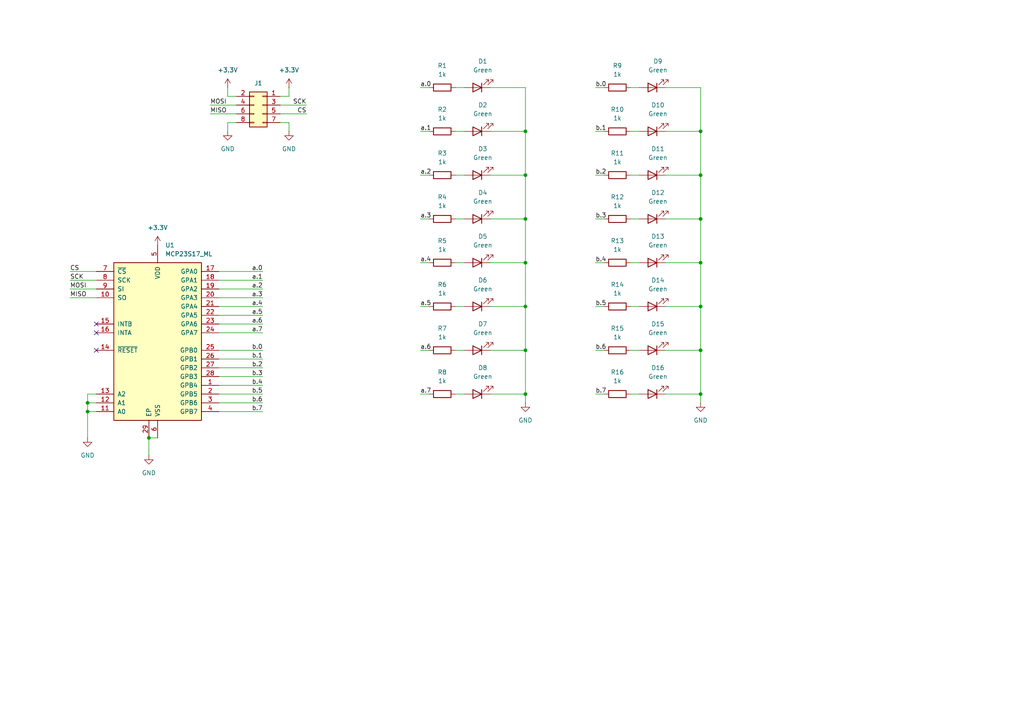
<source format=kicad_sch>
(kicad_sch (version 20231120) (generator "eeschema") (generator_version "8.0")
  (paper "A4")
  (lib_symbols
    (symbol "LED_green_1206_reverse_1" (pin_numbers hide) (pin_names (offset 1.016) hide)
      (property "Reference" "D" (at 0 2.54 0))
      (property "Value" "Green" (at 0 -2.54 0))
      (symbol "LED_green_1206_reverse_1_0_1"
        (polyline (pts (xy -1.27 -1.27) (xy -1.27 1.27)) (stroke (width 0.254)))
        (polyline (pts (xy -1.27 0) (xy 1.27 0)))
        (polyline (pts (xy 1.27 -1.27) (xy 1.27 1.27) (xy -1.27 0) (xy 1.27 -1.27)) (stroke (width 0.254)))
        (polyline (pts (xy -3.048 -0.762) (xy -4.572 -2.286) (xy -3.81 -2.286) (xy -4.572 -2.286) (xy -4.572 -1.524)))
        (polyline (pts (xy -1.778 -0.762) (xy -3.302 -2.286) (xy -2.54 -2.286) (xy -3.302 -2.286) (xy -3.302 -1.524)))
      )
      (symbol "LED_green_1206_reverse_1_1_1"
        (pin passive line (at -3.81 0 0) (length 2.54) (name "K") (number "1"))
        (pin passive line (at 3.81 0 180) (length 2.54) (name "A") (number "2"))
      )
    )
    (symbol "LED_green_1206_reverse_2" (pin_numbers hide) (pin_names (offset 1.016) hide)
      (property "Reference" "D" (at 0 2.54 0))
      (property "Value" "Green" (at 0 -2.54 0))
      (symbol "LED_green_1206_reverse_2_0_1"
        (polyline (pts (xy -1.27 -1.27) (xy -1.27 1.27)) (stroke (width 0.254)))
        (polyline (pts (xy -1.27 0) (xy 1.27 0)))
        (polyline (pts (xy 1.27 -1.27) (xy 1.27 1.27) (xy -1.27 0) (xy 1.27 -1.27)) (stroke (width 0.254)))
        (polyline (pts (xy -3.048 -0.762) (xy -4.572 -2.286) (xy -3.81 -2.286) (xy -4.572 -2.286) (xy -4.572 -1.524)))
        (polyline (pts (xy -1.778 -0.762) (xy -3.302 -2.286) (xy -2.54 -2.286) (xy -3.302 -2.286) (xy -3.302 -1.524)))
      )
      (symbol "LED_green_1206_reverse_2_1_1"
        (pin passive line (at -3.81 0 0) (length 2.54) (name "K") (number "1"))
        (pin passive line (at 3.81 0 180) (length 2.54) (name "A") (number "2"))
      )
    )
    (symbol "LED_green_1206_reverse_3" (pin_numbers hide) (pin_names (offset 1.016) hide)
      (property "Reference" "D" (at 0 2.54 0))
      (property "Value" "Green" (at 0 -2.54 0))
      (symbol "LED_green_1206_reverse_3_0_1"
        (polyline (pts (xy -1.27 -1.27) (xy -1.27 1.27)) (stroke (width 0.254)))
        (polyline (pts (xy -1.27 0) (xy 1.27 0)))
        (polyline (pts (xy 1.27 -1.27) (xy 1.27 1.27) (xy -1.27 0) (xy 1.27 -1.27)) (stroke (width 0.254)))
        (polyline (pts (xy -3.048 -0.762) (xy -4.572 -2.286) (xy -3.81 -2.286) (xy -4.572 -2.286) (xy -4.572 -1.524)))
        (polyline (pts (xy -1.778 -0.762) (xy -3.302 -2.286) (xy -2.54 -2.286) (xy -3.302 -2.286) (xy -3.302 -1.524)))
      )
      (symbol "LED_green_1206_reverse_3_1_1"
        (pin passive line (at -3.81 0 0) (length 2.54) (name "K") (number "1"))
        (pin passive line (at 3.81 0 180) (length 2.54) (name "A") (number "2"))
      )
    )
    (symbol "LED_green_1206_reverse_4" (pin_numbers hide) (pin_names (offset 1.016) hide)
      (property "Reference" "D" (at 0 2.54 0))
      (property "Value" "Green" (at 0 -2.54 0))
      (symbol "LED_green_1206_reverse_4_0_1"
        (polyline (pts (xy -1.27 -1.27) (xy -1.27 1.27)) (stroke (width 0.254)))
        (polyline (pts (xy -1.27 0) (xy 1.27 0)))
        (polyline (pts (xy 1.27 -1.27) (xy 1.27 1.27) (xy -1.27 0) (xy 1.27 -1.27)) (stroke (width 0.254)))
        (polyline (pts (xy -3.048 -0.762) (xy -4.572 -2.286) (xy -3.81 -2.286) (xy -4.572 -2.286) (xy -4.572 -1.524)))
        (polyline (pts (xy -1.778 -0.762) (xy -3.302 -2.286) (xy -2.54 -2.286) (xy -3.302 -2.286) (xy -3.302 -1.524)))
      )
      (symbol "LED_green_1206_reverse_4_1_1"
        (pin passive line (at -3.81 0 0) (length 2.54) (name "K") (number "1"))
        (pin passive line (at 3.81 0 180) (length 2.54) (name "A") (number "2"))
      )
    )
    (symbol "LED_green_1206_reverse_5" (pin_numbers hide) (pin_names (offset 1.016) hide)
      (property "Reference" "D" (at 0 2.54 0))
      (property "Value" "Green" (at 0 -2.54 0))
      (symbol "LED_green_1206_reverse_5_0_1"
        (polyline (pts (xy -1.27 -1.27) (xy -1.27 1.27)) (stroke (width 0.254)))
        (polyline (pts (xy -1.27 0) (xy 1.27 0)))
        (polyline (pts (xy 1.27 -1.27) (xy 1.27 1.27) (xy -1.27 0) (xy 1.27 -1.27)) (stroke (width 0.254)))
        (polyline (pts (xy -3.048 -0.762) (xy -4.572 -2.286) (xy -3.81 -2.286) (xy -4.572 -2.286) (xy -4.572 -1.524)))
        (polyline (pts (xy -1.778 -0.762) (xy -3.302 -2.286) (xy -2.54 -2.286) (xy -3.302 -2.286) (xy -3.302 -1.524)))
      )
      (symbol "LED_green_1206_reverse_5_1_1"
        (pin passive line (at -3.81 0 0) (length 2.54) (name "K") (number "1"))
        (pin passive line (at 3.81 0 180) (length 2.54) (name "A") (number "2"))
      )
    )
    (symbol "LED_green_1206_reverse_6" (pin_numbers hide) (pin_names (offset 1.016) hide)
      (property "Reference" "D" (at 0 2.54 0))
      (property "Value" "Green" (at 0 -2.54 0))
      (symbol "LED_green_1206_reverse_6_0_1"
        (polyline (pts (xy -1.27 -1.27) (xy -1.27 1.27)) (stroke (width 0.254)))
        (polyline (pts (xy -1.27 0) (xy 1.27 0)))
        (polyline (pts (xy 1.27 -1.27) (xy 1.27 1.27) (xy -1.27 0) (xy 1.27 -1.27)) (stroke (width 0.254)))
        (polyline (pts (xy -3.048 -0.762) (xy -4.572 -2.286) (xy -3.81 -2.286) (xy -4.572 -2.286) (xy -4.572 -1.524)))
        (polyline (pts (xy -1.778 -0.762) (xy -3.302 -2.286) (xy -2.54 -2.286) (xy -3.302 -2.286) (xy -3.302 -1.524)))
      )
      (symbol "LED_green_1206_reverse_6_1_1"
        (pin passive line (at -3.81 0 0) (length 2.54) (name "K") (number "1"))
        (pin passive line (at 3.81 0 180) (length 2.54) (name "A") (number "2"))
      )
    )
    (symbol "LED_green_1206_reverse_7" (pin_numbers hide) (pin_names (offset 1.016) hide)
      (property "Reference" "D" (at 0 2.54 0))
      (property "Value" "Green" (at 0 -2.54 0))
      (symbol "LED_green_1206_reverse_7_0_1"
        (polyline (pts (xy -1.27 -1.27) (xy -1.27 1.27)) (stroke (width 0.254)))
        (polyline (pts (xy -1.27 0) (xy 1.27 0)))
        (polyline (pts (xy 1.27 -1.27) (xy 1.27 1.27) (xy -1.27 0) (xy 1.27 -1.27)) (stroke (width 0.254)))
        (polyline (pts (xy -3.048 -0.762) (xy -4.572 -2.286) (xy -3.81 -2.286) (xy -4.572 -2.286) (xy -4.572 -1.524)))
        (polyline (pts (xy -1.778 -0.762) (xy -3.302 -2.286) (xy -2.54 -2.286) (xy -3.302 -2.286) (xy -3.302 -1.524)))
      )
      (symbol "LED_green_1206_reverse_7_1_1"
        (pin passive line (at -3.81 0 0) (length 2.54) (name "K") (number "1"))
        (pin passive line (at 3.81 0 180) (length 2.54) (name "A") (number "2"))
      )
    )
    (symbol "LED_green_1206_reverse_8" (pin_numbers hide) (pin_names (offset 1.016) hide)
      (property "Reference" "D" (at 0 2.54 0))
      (property "Value" "Green" (at 0 -2.54 0))
      (symbol "LED_green_1206_reverse_8_0_1"
        (polyline (pts (xy -1.27 -1.27) (xy -1.27 1.27)) (stroke (width 0.254)))
        (polyline (pts (xy -1.27 0) (xy 1.27 0)))
        (polyline (pts (xy 1.27 -1.27) (xy 1.27 1.27) (xy -1.27 0) (xy 1.27 -1.27)) (stroke (width 0.254)))
        (polyline (pts (xy -3.048 -0.762) (xy -4.572 -2.286) (xy -3.81 -2.286) (xy -4.572 -2.286) (xy -4.572 -1.524)))
        (polyline (pts (xy -1.778 -0.762) (xy -3.302 -2.286) (xy -2.54 -2.286) (xy -3.302 -2.286) (xy -3.302 -1.524)))
      )
      (symbol "LED_green_1206_reverse_8_1_1"
        (pin passive line (at -3.81 0 0) (length 2.54) (name "K") (number "1"))
        (pin passive line (at 3.81 0 180) (length 2.54) (name "A") (number "2"))
      )
    )
    (symbol "kicad_inventree_lib:LED_green_1206_reverse" (pin_numbers hide) (pin_names (offset 1.016) hide)
      (property "Reference" "D" (at 0 2.54 0))
      (property "Value" "Green" (at 0 -2.54 0))
      (symbol "LED_green_1206_reverse_0_1"
        (polyline (pts (xy -1.27 -1.27) (xy -1.27 1.27)) (stroke (width 0.254)))
        (polyline (pts (xy -1.27 0) (xy 1.27 0)))
        (polyline (pts (xy 1.27 -1.27) (xy 1.27 1.27) (xy -1.27 0) (xy 1.27 -1.27)) (stroke (width 0.254)))
        (polyline (pts (xy -3.048 -0.762) (xy -4.572 -2.286) (xy -3.81 -2.286) (xy -4.572 -2.286) (xy -4.572 -1.524)))
        (polyline (pts (xy -1.778 -0.762) (xy -3.302 -2.286) (xy -2.54 -2.286) (xy -3.302 -2.286) (xy -3.302 -1.524)))
      )
      (symbol "LED_green_1206_reverse_1_1"
        (pin passive line (at -3.81 0 0) (length 2.54) (name "K") (number "1"))
        (pin passive line (at 3.81 0 180) (length 2.54) (name "A") (number "2"))
      )
    )
    (symbol "kicad_inventree_lib:MCP23S17_ML" (pin_names (offset 1.016))
      (property "Reference" "U" (at -11.43 24.13 0))
      (property "Value" "MCP23S17_ML" (at 0 0 0))
      (symbol "MCP23S17_ML_0_1"
        (rectangle (start -12.7 22.86) (end 12.7 -22.86) (stroke (width 0.254)) (fill (type background)))
      )
      (symbol "MCP23S17_ML_1_1"
        (pin bidirectional line (at 17.78 -12.7 180) (length 5.08) (name "GPB4") (number "1"))
        (pin output line (at -17.78 12.7 0) (length 5.08) (name "SO") (number "10"))
        (pin input line (at -17.78 -20.32 0) (length 5.08) (name "A0") (number "11"))
        (pin input line (at -17.78 -17.78 0) (length 5.08) (name "A1") (number "12"))
        (pin input line (at -17.78 -15.24 0) (length 5.08) (name "A2") (number "13"))
        (pin input line (at -17.78 -2.54 0) (length 5.08) (name "~{RESET}") (number "14"))
        (pin tri_state line (at -17.78 5.08 0) (length 5.08) (name "INTB") (number "15"))
        (pin tri_state line (at -17.78 2.54 0) (length 5.08) (name "INTA") (number "16"))
        (pin bidirectional line (at 17.78 20.32 180) (length 5.08) (name "GPA0") (number "17"))
        (pin bidirectional line (at 17.78 17.78 180) (length 5.08) (name "GPA1") (number "18"))
        (pin bidirectional line (at 17.78 15.24 180) (length 5.08) (name "GPA2") (number "19"))
        (pin bidirectional line (at 17.78 -15.24 180) (length 5.08) (name "GPB5") (number "2"))
        (pin bidirectional line (at 17.78 12.7 180) (length 5.08) (name "GPA3") (number "20"))
        (pin bidirectional line (at 17.78 10.16 180) (length 5.08) (name "GPA4") (number "21"))
        (pin bidirectional line (at 17.78 7.62 180) (length 5.08) (name "GPA5") (number "22"))
        (pin bidirectional line (at 17.78 5.08 180) (length 5.08) (name "GPA6") (number "23"))
        (pin bidirectional line (at 17.78 2.54 180) (length 5.08) (name "GPA7") (number "24"))
        (pin bidirectional line (at 17.78 -2.54 180) (length 5.08) (name "GPB0") (number "25"))
        (pin bidirectional line (at 17.78 -5.08 180) (length 5.08) (name "GPB1") (number "26"))
        (pin bidirectional line (at 17.78 -7.62 180) (length 5.08) (name "GPB2") (number "27"))
        (pin bidirectional line (at 17.78 -10.16 180) (length 5.08) (name "GPB3") (number "28"))
        (pin passive line (at -2.54 -27.94 90) (length 5.08) (name "EP") (number "29"))
        (pin bidirectional line (at 17.78 -17.78 180) (length 5.08) (name "GPB6") (number "3"))
        (pin bidirectional line (at 17.78 -20.32 180) (length 5.08) (name "GPB7") (number "4"))
        (pin power_in line (at 0 27.94 270) (length 5.08) (name "VDD") (number "5"))
        (pin power_in line (at 0 -27.94 90) (length 5.08) (name "VSS") (number "6"))
        (pin input line (at -17.78 20.32 0) (length 5.08) (name "~{CS}") (number "7"))
        (pin input line (at -17.78 17.78 0) (length 5.08) (name "SCK") (number "8"))
        (pin input line (at -17.78 15.24 0) (length 5.08) (name "SI") (number "9"))
      )
    )
    (symbol "kicad_inventree_lib:PinHeader_02x04_P2.54_THT_angle" (pin_names (offset 1.016) hide)
      (property "Reference" "J" (at 1.27 5.08 0))
      (property "Value" "PinHeader_02x04_P2.54_THT_angle" (at 1.27 -7.62 0))
      (symbol "PinHeader_02x04_P2.54_THT_angle_1_1"
        (rectangle (start -1.27 -4.953) (end 0 -5.207) (stroke (width 0.1524)))
        (rectangle (start -1.27 -2.413) (end 0 -2.667) (stroke (width 0.1524)))
        (rectangle (start -1.27 0.127) (end 0 -0.127) (stroke (width 0.1524)))
        (rectangle (start -1.27 2.667) (end 0 2.413) (stroke (width 0.1524)))
        (rectangle (start -1.27 3.81) (end 3.81 -6.35) (stroke (width 0.254)) (fill (type background)))
        (rectangle (start 3.81 -4.953) (end 2.54 -5.207) (stroke (width 0.1524)))
        (rectangle (start 3.81 -2.413) (end 2.54 -2.667) (stroke (width 0.1524)))
        (rectangle (start 3.81 0.127) (end 2.54 -0.127) (stroke (width 0.1524)))
        (rectangle (start 3.81 2.667) (end 2.54 2.413) (stroke (width 0.1524)))
        (pin passive line (at -5.08 2.54 0) (length 3.81) (name "Pin_1") (number "1"))
        (pin passive line (at 7.62 2.54 180) (length 3.81) (name "Pin_2") (number "2"))
        (pin passive line (at -5.08 0 0) (length 3.81) (name "Pin_3") (number "3"))
        (pin passive line (at 7.62 0 180) (length 3.81) (name "Pin_4") (number "4"))
        (pin passive line (at -5.08 -2.54 0) (length 3.81) (name "Pin_5") (number "5"))
        (pin passive line (at 7.62 -2.54 180) (length 3.81) (name "Pin_6") (number "6"))
        (pin passive line (at -5.08 -5.08 0) (length 3.81) (name "Pin_7") (number "7"))
        (pin passive line (at 7.62 -5.08 180) (length 3.81) (name "Pin_8") (number "8"))
      )
    )
    (symbol "kicad_inventree_lib:R_1k_1206_1%" (pin_numbers hide) (pin_names (offset 0))
      (property "Reference" "R" (at 2.032 0 90))
      (property "Value" "1k" (at 0 0 90))
      (symbol "R_1k_1206_1%_0_1"
        (rectangle (start -1.016 -2.54) (end 1.016 2.54) (stroke (width 0.254)))
      )
      (symbol "R_1k_1206_1%_1_1"
        (pin passive line (at 0 3.81 270) (length 1.27) (name "~") (number "1"))
        (pin passive line (at 0 -3.81 90) (length 1.27) (name "~") (number "2"))
      )
    )
    (symbol "power:+3.3V" (power) (pin_numbers hide) (pin_names (offset 0) hide)
      (property "Value" "+3.3V" (at 0 3.556 0))
      (symbol "+3.3V_0_1"
        (polyline (pts (xy -0.762 1.27) (xy 0 2.54)))
        (polyline (pts (xy 0 0) (xy 0 2.54)))
        (polyline (pts (xy 0 2.54) (xy 0.762 1.27)))
      )
      (symbol "+3.3V_1_1"
        (pin power_in line (at 0 0 90) (length 0) (name "~") (number "1"))
      )
    )
    (symbol "power:GND" (power) (pin_numbers hide) (pin_names (offset 0) hide)
      (property "Value" "GND" (at 0 -3.81 0))
      (symbol "GND_0_1"
        (polyline (pts (xy 0 0) (xy 0 -1.27) (xy 1.27 -1.27) (xy 0 -2.54) (xy -1.27 -1.27) (xy 0 -1.27)))
      )
      (symbol "GND_1_1"
        (pin power_in line (at 0 0 270) (length 0) (name "~") (number "1"))
      )
    )
  )
  (junction (at 203.2 88.9))
  (junction (at 203.2 114.3))
  (junction (at 25.4 119.38))
  (junction (at 203.2 38.1))
  (junction (at 152.4 50.8))
  (junction (at 203.2 76.2))
  (junction (at 203.2 101.6))
  (junction (at 152.4 38.1))
  (junction (at 152.4 63.5))
  (junction (at 203.2 50.8))
  (junction (at 43.18 127))
  (junction (at 152.4 101.6))
  (junction (at 152.4 76.2))
  (junction (at 152.4 114.3))
  (junction (at 25.4 116.84))
  (junction (at 203.2 63.5))
  (junction (at 152.4 88.9))
  (no_connect (at 27.94 96.52))
  (no_connect (at 27.94 93.98))
  (no_connect (at 27.94 101.6))
  (wire (pts (xy 25.4 119.38) (xy 27.94 119.38)))
  (wire (pts (xy 25.4 116.84) (xy 25.4 119.38)))
  (wire (pts (xy 63.5 96.52) (xy 76.2 96.52)))
  (wire (pts (xy 43.18 127) (xy 43.18 132.08)))
  (wire (pts (xy 142.24 63.5) (xy 152.4 63.5)))
  (wire (pts (xy 152.4 101.6) (xy 152.4 114.3)))
  (wire (pts (xy 43.18 127) (xy 45.72 127)))
  (wire (pts (xy 203.2 114.3) (xy 203.2 116.84)))
  (wire (pts (xy 152.4 76.2) (xy 152.4 88.9)))
  (wire (pts (xy 20.32 78.74) (xy 27.94 78.74)))
  (wire (pts (xy 172.72 114.3) (xy 175.26 114.3)))
  (wire (pts (xy 63.5 111.76) (xy 76.2 111.76)))
  (wire (pts (xy 121.92 76.2) (xy 124.46 76.2)))
  (wire (pts (xy 172.72 88.9) (xy 175.26 88.9)))
  (wire (pts (xy 203.2 63.5) (xy 203.2 76.2)))
  (wire (pts (xy 132.08 25.4) (xy 134.62 25.4)))
  (wire (pts (xy 63.5 91.44) (xy 76.2 91.44)))
  (wire (pts (xy 63.5 114.3) (xy 76.2 114.3)))
  (wire (pts (xy 68.58 30.48) (xy 60.96 30.48)))
  (wire (pts (xy 121.92 50.8) (xy 124.46 50.8)))
  (wire (pts (xy 193.04 76.2) (xy 203.2 76.2)))
  (wire (pts (xy 132.08 63.5) (xy 134.62 63.5)))
  (wire (pts (xy 203.2 76.2) (xy 203.2 88.9)))
  (wire (pts (xy 142.24 101.6) (xy 152.4 101.6)))
  (wire (pts (xy 172.72 63.5) (xy 175.26 63.5)))
  (wire (pts (xy 63.5 109.22) (xy 76.2 109.22)))
  (wire (pts (xy 203.2 25.4) (xy 203.2 38.1)))
  (wire (pts (xy 63.5 78.74) (xy 76.2 78.74)))
  (wire (pts (xy 121.92 38.1) (xy 124.46 38.1)))
  (wire (pts (xy 172.72 50.8) (xy 175.26 50.8)))
  (wire (pts (xy 68.58 27.94) (xy 66.04 27.94)))
  (wire (pts (xy 172.72 101.6) (xy 175.26 101.6)))
  (wire (pts (xy 121.92 101.6) (xy 124.46 101.6)))
  (wire (pts (xy 182.88 88.9) (xy 185.42 88.9)))
  (wire (pts (xy 172.72 38.1) (xy 175.26 38.1)))
  (wire (pts (xy 203.2 38.1) (xy 203.2 50.8)))
  (wire (pts (xy 132.08 101.6) (xy 134.62 101.6)))
  (wire (pts (xy 20.32 86.36) (xy 27.94 86.36)))
  (wire (pts (xy 25.4 114.3) (xy 25.4 116.84)))
  (wire (pts (xy 193.04 114.3) (xy 203.2 114.3)))
  (wire (pts (xy 132.08 38.1) (xy 134.62 38.1)))
  (wire (pts (xy 142.24 114.3) (xy 152.4 114.3)))
  (wire (pts (xy 63.5 119.38) (xy 76.2 119.38)))
  (wire (pts (xy 172.72 76.2) (xy 175.26 76.2)))
  (wire (pts (xy 152.4 114.3) (xy 152.4 116.84)))
  (wire (pts (xy 121.92 63.5) (xy 124.46 63.5)))
  (wire (pts (xy 83.82 27.94) (xy 81.28 27.94)))
  (wire (pts (xy 142.24 76.2) (xy 152.4 76.2)))
  (wire (pts (xy 152.4 88.9) (xy 152.4 101.6)))
  (wire (pts (xy 60.96 33.02) (xy 68.58 33.02)))
  (wire (pts (xy 66.04 35.56) (xy 66.04 38.1)))
  (wire (pts (xy 152.4 25.4) (xy 152.4 38.1)))
  (wire (pts (xy 81.28 33.02) (xy 88.9 33.02)))
  (wire (pts (xy 121.92 25.4) (xy 124.46 25.4)))
  (wire (pts (xy 83.82 25.4) (xy 83.82 27.94)))
  (wire (pts (xy 20.32 83.82) (xy 27.94 83.82)))
  (wire (pts (xy 142.24 50.8) (xy 152.4 50.8)))
  (wire (pts (xy 193.04 38.1) (xy 203.2 38.1)))
  (wire (pts (xy 152.4 38.1) (xy 152.4 50.8)))
  (wire (pts (xy 182.88 114.3) (xy 185.42 114.3)))
  (wire (pts (xy 182.88 76.2) (xy 185.42 76.2)))
  (wire (pts (xy 132.08 76.2) (xy 134.62 76.2)))
  (wire (pts (xy 193.04 63.5) (xy 203.2 63.5)))
  (wire (pts (xy 182.88 63.5) (xy 185.42 63.5)))
  (wire (pts (xy 182.88 50.8) (xy 185.42 50.8)))
  (wire (pts (xy 132.08 50.8) (xy 134.62 50.8)))
  (wire (pts (xy 132.08 114.3) (xy 134.62 114.3)))
  (wire (pts (xy 63.5 86.36) (xy 76.2 86.36)))
  (wire (pts (xy 152.4 63.5) (xy 152.4 76.2)))
  (wire (pts (xy 152.4 50.8) (xy 152.4 63.5)))
  (wire (pts (xy 193.04 25.4) (xy 203.2 25.4)))
  (wire (pts (xy 121.92 88.9) (xy 124.46 88.9)))
  (wire (pts (xy 172.72 25.4) (xy 175.26 25.4)))
  (wire (pts (xy 63.5 116.84) (xy 76.2 116.84)))
  (wire (pts (xy 63.5 101.6) (xy 76.2 101.6)))
  (wire (pts (xy 193.04 101.6) (xy 203.2 101.6)))
  (wire (pts (xy 182.88 38.1) (xy 185.42 38.1)))
  (wire (pts (xy 25.4 127) (xy 25.4 119.38)))
  (wire (pts (xy 20.32 81.28) (xy 27.94 81.28)))
  (wire (pts (xy 142.24 25.4) (xy 152.4 25.4)))
  (wire (pts (xy 83.82 35.56) (xy 81.28 35.56)))
  (wire (pts (xy 83.82 38.1) (xy 83.82 35.56)))
  (wire (pts (xy 203.2 88.9) (xy 203.2 101.6)))
  (wire (pts (xy 203.2 101.6) (xy 203.2 114.3)))
  (wire (pts (xy 63.5 83.82) (xy 76.2 83.82)))
  (wire (pts (xy 63.5 106.68) (xy 76.2 106.68)))
  (wire (pts (xy 81.28 30.48) (xy 88.9 30.48)))
  (wire (pts (xy 132.08 88.9) (xy 134.62 88.9)))
  (wire (pts (xy 68.58 35.56) (xy 66.04 35.56)))
  (wire (pts (xy 182.88 101.6) (xy 185.42 101.6)))
  (wire (pts (xy 63.5 93.98) (xy 76.2 93.98)))
  (wire (pts (xy 63.5 81.28) (xy 76.2 81.28)))
  (wire (pts (xy 142.24 88.9) (xy 152.4 88.9)))
  (wire (pts (xy 66.04 27.94) (xy 66.04 25.4)))
  (wire (pts (xy 182.88 25.4) (xy 185.42 25.4)))
  (wire (pts (xy 121.92 114.3) (xy 124.46 114.3)))
  (wire (pts (xy 63.5 104.14) (xy 76.2 104.14)))
  (wire (pts (xy 63.5 88.9) (xy 76.2 88.9)))
  (wire (pts (xy 27.94 114.3) (xy 25.4 114.3)))
  (wire (pts (xy 193.04 88.9) (xy 203.2 88.9)))
  (wire (pts (xy 203.2 50.8) (xy 203.2 63.5)))
  (wire (pts (xy 142.24 38.1) (xy 152.4 38.1)))
  (wire (pts (xy 193.04 50.8) (xy 203.2 50.8)))
  (wire (pts (xy 27.94 116.84) (xy 25.4 116.84)))
  (label "a.4" (at 76.2 88.9 180))
  (label "b.4" (at 76.2 111.76 180))
  (label "MISO" (at 60.96 33.02 0))
  (label "CS" (at 20.32 78.74 0))
  (label "a.7" (at 121.92 114.3 0))
  (label "b.6" (at 76.2 116.84 180))
  (label "a.1" (at 76.2 81.28 180))
  (label "b.5" (at 76.2 114.3 180))
  (label "a.7" (at 76.2 96.52 180))
  (label "a.5" (at 76.2 91.44 180))
  (label "b.0" (at 172.72 25.4 0))
  (label "b.5" (at 172.72 88.9 0))
  (label "b.3" (at 76.2 109.22 180))
  (label "a.0" (at 76.2 78.74 180))
  (label "a.2" (at 121.92 50.8 0))
  (label "b.7" (at 172.72 114.3 0))
  (label "a.4" (at 121.92 76.2 0))
  (label "SCK" (at 20.32 81.28 0))
  (label "a.3" (at 121.92 63.5 0))
  (label "b.7" (at 76.2 119.38 180))
  (label "CS" (at 88.9 33.02 180))
  (label "MISO" (at 20.32 86.36 0))
  (label "b.1" (at 76.2 104.14 180))
  (label "b.6" (at 172.72 101.6 0))
  (label "b.1" (at 172.72 38.1 0))
  (label "a.5" (at 121.92 88.9 0))
  (label "a.6" (at 76.2 93.98 180))
  (label "a.6" (at 121.92 101.6 0))
  (label "b.3" (at 172.72 63.5 0))
  (label "a.3" (at 76.2 86.36 180))
  (label "b.2" (at 172.72 50.8 0))
  (label "a.0" (at 121.92 25.4 0))
  (label "b.4" (at 172.72 76.2 0))
  (label "b.2" (at 76.2 106.68 180))
  (label "MOSI" (at 20.32 83.82 0))
  (label "a.1" (at 121.92 38.1 0))
  (label "a.2" (at 76.2 83.82 180))
  (label "MOSI" (at 60.96 30.48 0))
  (label "b.0" (at 76.2 101.6 180))
  (label "SCK" (at 88.9 30.48 180))
  (symbol (lib_name "LED_green_1206_reverse_1") (lib_id "kicad_inventree_lib:LED_green_1206_reverse") (at 189.23 101.6 180) (unit 1)
    (property "Reference" "D15" (at 190.8175 93.98 0))
    (property "Value" "Green" (at 190.8175 96.52 0))
    (property "Footprint" "kicad_inventree_lib:LED_1206_3216Metric_ReverseMount_Hole1.8x2.4mm" (effects (hide yes)))
    (property "Datasheet" "http://inventree.network/part/129/" (effects (hide yes)))
    (property "Description" "Light emitting diode" (effects (hide yes)))
    (property "part_ipn" "LED_green_1206_reverse" (effects (hide yes)))
  )
  (symbol (lib_id "kicad_inventree_lib:R_1k_1206_1%") (at 128.27 50.8 90) (unit 1)
    (property "Reference" "R3" (at 128.27 44.45 90))
    (property "Value" "1k" (at 128.27 46.99 90))
    (property "Footprint" "Resistor_SMD:R_1206_3216Metric_Pad1.30x1.75mm_HandSolder" (effects (hide yes)))
    (property "Datasheet" "http://inventree.network/part/60/" (effects (hide yes)))
    (property "Description" "Resistor" (effects (hide yes)))
    (property "NextPCB_price" "0.00169" (effects (hide yes)))
    (property "NextPCB_url" "https://www.hqonline.com/product-detail/chip-resistors-fojan-frc1206f3301ts-2500354421" (effects (hide yes)))
    (property "part_ipn" "R_1k_1206_1%" (effects (hide yes)))
  )
  (symbol (lib_id "power:GND") (at 203.2 116.84 0) (unit 1)
    (property "Reference" "#PWR04" (effects (hide yes)))
    (property "Value" "GND" (at 203.2 121.92 0))
    (property "Description" "Power symbol creates a global label with name \"GND\" , ground" (effects (hide yes)))
  )
  (symbol (lib_id "kicad_inventree_lib:LED_green_1206_reverse") (at 138.43 114.3 180) (unit 1)
    (property "Reference" "D8" (at 140.0175 106.68 0))
    (property "Value" "Green" (at 140.0175 109.22 0))
    (property "Footprint" "kicad_inventree_lib:LED_1206_3216Metric_ReverseMount_Hole1.8x2.4mm" (effects (hide yes)))
    (property "Datasheet" "http://inventree.network/part/129/" (effects (hide yes)))
    (property "Description" "Light emitting diode" (effects (hide yes)))
    (property "part_ipn" "LED_green_1206_reverse" (effects (hide yes)))
  )
  (symbol (lib_id "power:GND") (at 43.18 132.08 0) (unit 1)
    (property "Reference" "#PWR06" (effects (hide yes)))
    (property "Value" "GND" (at 43.18 137.16 0))
    (property "Description" "Power symbol creates a global label with name \"GND\" , ground" (effects (hide yes)))
  )
  (symbol (lib_id "kicad_inventree_lib:R_1k_1206_1%") (at 179.07 38.1 90) (unit 1)
    (property "Reference" "R10" (at 179.07 31.75 90))
    (property "Value" "1k" (at 179.07 34.29 90))
    (property "Footprint" "Resistor_SMD:R_1206_3216Metric_Pad1.30x1.75mm_HandSolder" (effects (hide yes)))
    (property "Datasheet" "http://inventree.network/part/60/" (effects (hide yes)))
    (property "Description" "Resistor" (effects (hide yes)))
    (property "NextPCB_price" "0.00169" (effects (hide yes)))
    (property "NextPCB_url" "https://www.hqonline.com/product-detail/chip-resistors-fojan-frc1206f3301ts-2500354421" (effects (hide yes)))
    (property "part_ipn" "R_1k_1206_1%" (effects (hide yes)))
  )
  (symbol (lib_id "power:GND") (at 25.4 127 0) (unit 1)
    (property "Reference" "#PWR07" (effects (hide yes)))
    (property "Value" "GND" (at 25.4 132.08 0))
    (property "Description" "Power symbol creates a global label with name \"GND\" , ground" (effects (hide yes)))
  )
  (symbol (lib_id "kicad_inventree_lib:R_1k_1206_1%") (at 128.27 101.6 90) (unit 1)
    (property "Reference" "R7" (at 128.27 95.25 90))
    (property "Value" "1k" (at 128.27 97.79 90))
    (property "Footprint" "Resistor_SMD:R_1206_3216Metric_Pad1.30x1.75mm_HandSolder" (effects (hide yes)))
    (property "Datasheet" "http://inventree.network/part/60/" (effects (hide yes)))
    (property "Description" "Resistor" (effects (hide yes)))
    (property "NextPCB_price" "0.00169" (effects (hide yes)))
    (property "NextPCB_url" "https://www.hqonline.com/product-detail/chip-resistors-fojan-frc1206f3301ts-2500354421" (effects (hide yes)))
    (property "part_ipn" "R_1k_1206_1%" (effects (hide yes)))
  )
  (symbol (lib_id "power:GND") (at 66.04 38.1 0) (unit 1)
    (property "Reference" "#PWR02" (effects (hide yes)))
    (property "Value" "GND" (at 66.04 43.18 0))
    (property "Description" "Power symbol creates a global label with name \"GND\" , ground" (effects (hide yes)))
  )
  (symbol (lib_id "power:GND") (at 83.82 38.1 0) (unit 1)
    (property "Reference" "#PWR05" (effects (hide yes)))
    (property "Value" "GND" (at 83.82 43.18 0))
    (property "Description" "Power symbol creates a global label with name \"GND\" , ground" (effects (hide yes)))
  )
  (symbol (lib_id "kicad_inventree_lib:R_1k_1206_1%") (at 179.07 114.3 90) (unit 1)
    (property "Reference" "R16" (at 179.07 107.95 90))
    (property "Value" "1k" (at 179.07 110.49 90))
    (property "Footprint" "Resistor_SMD:R_1206_3216Metric_Pad1.30x1.75mm_HandSolder" (effects (hide yes)))
    (property "Datasheet" "http://inventree.network/part/60/" (effects (hide yes)))
    (property "Description" "Resistor" (effects (hide yes)))
    (property "NextPCB_price" "0.00169" (effects (hide yes)))
    (property "NextPCB_url" "https://www.hqonline.com/product-detail/chip-resistors-fojan-frc1206f3301ts-2500354421" (effects (hide yes)))
    (property "part_ipn" "R_1k_1206_1%" (effects (hide yes)))
  )
  (symbol (lib_id "kicad_inventree_lib:R_1k_1206_1%") (at 128.27 76.2 90) (unit 1)
    (property "Reference" "R5" (at 128.27 69.85 90))
    (property "Value" "1k" (at 128.27 72.39 90))
    (property "Footprint" "Resistor_SMD:R_1206_3216Metric_Pad1.30x1.75mm_HandSolder" (effects (hide yes)))
    (property "Datasheet" "http://inventree.network/part/60/" (effects (hide yes)))
    (property "Description" "Resistor" (effects (hide yes)))
    (property "NextPCB_price" "0.00169" (effects (hide yes)))
    (property "NextPCB_url" "https://www.hqonline.com/product-detail/chip-resistors-fojan-frc1206f3301ts-2500354421" (effects (hide yes)))
    (property "part_ipn" "R_1k_1206_1%" (effects (hide yes)))
  )
  (symbol (lib_id "kicad_inventree_lib:LED_green_1206_reverse") (at 138.43 88.9 180) (unit 1)
    (property "Reference" "D6" (at 140.0175 81.28 0))
    (property "Value" "Green" (at 140.0175 83.82 0))
    (property "Footprint" "kicad_inventree_lib:LED_1206_3216Metric_ReverseMount_Hole1.8x2.4mm" (effects (hide yes)))
    (property "Datasheet" "http://inventree.network/part/129/" (effects (hide yes)))
    (property "Description" "Light emitting diode" (effects (hide yes)))
    (property "part_ipn" "LED_green_1206_reverse" (effects (hide yes)))
  )
  (symbol (lib_id "kicad_inventree_lib:LED_green_1206_reverse") (at 138.43 50.8 180) (unit 1)
    (property "Reference" "D3" (at 140.0175 43.18 0))
    (property "Value" "Green" (at 140.0175 45.72 0))
    (property "Footprint" "kicad_inventree_lib:LED_1206_3216Metric_ReverseMount_Hole1.8x2.4mm" (effects (hide yes)))
    (property "Datasheet" "http://inventree.network/part/129/" (effects (hide yes)))
    (property "Description" "Light emitting diode" (effects (hide yes)))
    (property "part_ipn" "LED_green_1206_reverse" (effects (hide yes)))
  )
  (symbol (lib_id "power:+3.3V") (at 83.82 25.4 0) (unit 1)
    (property "Reference" "#PWR09" (effects (hide yes)))
    (property "Value" "+3.3V" (at 83.82 20.32 0))
    (property "Description" "Power symbol creates a global label with name \"+3.3V\"" (effects (hide yes)))
  )
  (symbol (lib_name "LED_green_1206_reverse_5") (lib_id "kicad_inventree_lib:LED_green_1206_reverse") (at 189.23 76.2 180) (unit 1)
    (property "Reference" "D13" (at 190.8175 68.58 0))
    (property "Value" "Green" (at 190.8175 71.12 0))
    (property "Footprint" "kicad_inventree_lib:LED_1206_3216Metric_ReverseMount_Hole1.8x2.4mm" (effects (hide yes)))
    (property "Datasheet" "http://inventree.network/part/129/" (effects (hide yes)))
    (property "Description" "Light emitting diode" (effects (hide yes)))
    (property "part_ipn" "LED_green_1206_reverse" (effects (hide yes)))
  )
  (symbol (lib_id "power:+3.3V") (at 66.04 25.4 0) (unit 1)
    (property "Reference" "#PWR01" (effects (hide yes)))
    (property "Value" "+3.3V" (at 66.04 20.32 0))
    (property "Description" "Power symbol creates a global label with name \"+3.3V\"" (effects (hide yes)))
  )
  (symbol (lib_name "LED_green_1206_reverse_2") (lib_id "kicad_inventree_lib:LED_green_1206_reverse") (at 189.23 38.1 180) (unit 1)
    (property "Reference" "D10" (at 190.8175 30.48 0))
    (property "Value" "Green" (at 190.8175 33.02 0))
    (property "Footprint" "kicad_inventree_lib:LED_1206_3216Metric_ReverseMount_Hole1.8x2.4mm" (effects (hide yes)))
    (property "Datasheet" "http://inventree.network/part/129/" (effects (hide yes)))
    (property "Description" "Light emitting diode" (effects (hide yes)))
    (property "part_ipn" "LED_green_1206_reverse" (effects (hide yes)))
  )
  (symbol (lib_name "LED_green_1206_reverse_7") (lib_id "kicad_inventree_lib:LED_green_1206_reverse") (at 189.23 50.8 180) (unit 1)
    (property "Reference" "D11" (at 190.8175 43.18 0))
    (property "Value" "Green" (at 190.8175 45.72 0))
    (property "Footprint" "kicad_inventree_lib:LED_1206_3216Metric_ReverseMount_Hole1.8x2.4mm" (effects (hide yes)))
    (property "Datasheet" "http://inventree.network/part/129/" (effects (hide yes)))
    (property "Description" "Light emitting diode" (effects (hide yes)))
    (property "part_ipn" "LED_green_1206_reverse" (effects (hide yes)))
  )
  (symbol (lib_id "kicad_inventree_lib:LED_green_1206_reverse") (at 138.43 63.5 180) (unit 1)
    (property "Reference" "D4" (at 140.0175 55.88 0))
    (property "Value" "Green" (at 140.0175 58.42 0))
    (property "Footprint" "kicad_inventree_lib:LED_1206_3216Metric_ReverseMount_Hole1.8x2.4mm" (effects (hide yes)))
    (property "Datasheet" "http://inventree.network/part/129/" (effects (hide yes)))
    (property "Description" "Light emitting diode" (effects (hide yes)))
    (property "part_ipn" "LED_green_1206_reverse" (effects (hide yes)))
  )
  (symbol (lib_id "kicad_inventree_lib:R_1k_1206_1%") (at 128.27 63.5 90) (unit 1)
    (property "Reference" "R4" (at 128.27 57.15 90))
    (property "Value" "1k" (at 128.27 59.69 90))
    (property "Footprint" "Resistor_SMD:R_1206_3216Metric_Pad1.30x1.75mm_HandSolder" (effects (hide yes)))
    (property "Datasheet" "http://inventree.network/part/60/" (effects (hide yes)))
    (property "Description" "Resistor" (effects (hide yes)))
    (property "NextPCB_price" "0.00169" (effects (hide yes)))
    (property "NextPCB_url" "https://www.hqonline.com/product-detail/chip-resistors-fojan-frc1206f3301ts-2500354421" (effects (hide yes)))
    (property "part_ipn" "R_1k_1206_1%" (effects (hide yes)))
  )
  (symbol (lib_name "LED_green_1206_reverse_3") (lib_id "kicad_inventree_lib:LED_green_1206_reverse") (at 189.23 25.4 180) (unit 1)
    (property "Reference" "D9" (at 190.8175 17.78 0))
    (property "Value" "Green" (at 190.8175 20.32 0))
    (property "Footprint" "kicad_inventree_lib:LED_1206_3216Metric_ReverseMount_Hole1.8x2.4mm" (effects (hide yes)))
    (property "Datasheet" "http://inventree.network/part/129/" (effects (hide yes)))
    (property "Description" "Light emitting diode" (effects (hide yes)))
    (property "part_ipn" "LED_green_1206_reverse" (effects (hide yes)))
  )
  (symbol (lib_id "kicad_inventree_lib:R_1k_1206_1%") (at 179.07 88.9 90) (unit 1)
    (property "Reference" "R14" (at 179.07 82.55 90))
    (property "Value" "1k" (at 179.07 85.09 90))
    (property "Footprint" "Resistor_SMD:R_1206_3216Metric_Pad1.30x1.75mm_HandSolder" (effects (hide yes)))
    (property "Datasheet" "http://inventree.network/part/60/" (effects (hide yes)))
    (property "Description" "Resistor" (effects (hide yes)))
    (property "NextPCB_price" "0.00169" (effects (hide yes)))
    (property "NextPCB_url" "https://www.hqonline.com/product-detail/chip-resistors-fojan-frc1206f3301ts-2500354421" (effects (hide yes)))
    (property "part_ipn" "R_1k_1206_1%" (effects (hide yes)))
  )
  (symbol (lib_id "kicad_inventree_lib:PinHeader_02x04_P2.54_THT_angle") (at 76.2 30.48 0) (mirror y) (unit 1)
    (property "Reference" "J1" (at 74.93 24.13 0))
    (property "Value" "PinHeader_02x04_P2.54_THT_angle" (effects (hide yes)))
    (property "Footprint" "Connector_PinHeader_2.54mm:PinHeader_2x04_P2.54mm_Horizontal" (effects (hide yes)))
    (property "Datasheet" "http://inventree.network/part/128/" (effects (hide yes)))
    (property "Description" "Generic connector, double row, 02x04, odd/even pin numbering scheme (row 1 odd numbers, row 2 even numbers), script generated (kicad-library-utils/schlib/autogen/connector/)" (effects (hide yes)))
    (property "part_ipn" "PinHeader_02x04_P2.54_THT_angle" (effects (hide yes)))
  )
  (symbol (lib_id "kicad_inventree_lib:R_1k_1206_1%") (at 128.27 25.4 90) (unit 1)
    (property "Reference" "R1" (at 128.27 19.05 90))
    (property "Value" "1k" (at 128.27 21.59 90))
    (property "Footprint" "Resistor_SMD:R_1206_3216Metric_Pad1.30x1.75mm_HandSolder" (effects (hide yes)))
    (property "Datasheet" "http://inventree.network/part/60/" (effects (hide yes)))
    (property "Description" "Resistor" (effects (hide yes)))
    (property "NextPCB_price" "0.00169" (effects (hide yes)))
    (property "NextPCB_url" "https://www.hqonline.com/product-detail/chip-resistors-fojan-frc1206f3301ts-2500354421" (effects (hide yes)))
    (property "part_ipn" "R_1k_1206_1%" (effects (hide yes)))
  )
  (symbol (lib_name "LED_green_1206_reverse_6") (lib_id "kicad_inventree_lib:LED_green_1206_reverse") (at 189.23 88.9 180) (unit 1)
    (property "Reference" "D14" (at 190.8175 81.28 0))
    (property "Value" "Green" (at 190.8175 83.82 0))
    (property "Footprint" "kicad_inventree_lib:LED_1206_3216Metric_ReverseMount_Hole1.8x2.4mm" (effects (hide yes)))
    (property "Datasheet" "http://inventree.network/part/129/" (effects (hide yes)))
    (property "Description" "Light emitting diode" (effects (hide yes)))
    (property "part_ipn" "LED_green_1206_reverse" (effects (hide yes)))
  )
  (symbol (lib_id "kicad_inventree_lib:R_1k_1206_1%") (at 179.07 101.6 90) (unit 1)
    (property "Reference" "R15" (at 179.07 95.25 90))
    (property "Value" "1k" (at 179.07 97.79 90))
    (property "Footprint" "Resistor_SMD:R_1206_3216Metric_Pad1.30x1.75mm_HandSolder" (effects (hide yes)))
    (property "Datasheet" "http://inventree.network/part/60/" (effects (hide yes)))
    (property "Description" "Resistor" (effects (hide yes)))
    (property "NextPCB_price" "0.00169" (effects (hide yes)))
    (property "NextPCB_url" "https://www.hqonline.com/product-detail/chip-resistors-fojan-frc1206f3301ts-2500354421" (effects (hide yes)))
    (property "part_ipn" "R_1k_1206_1%" (effects (hide yes)))
  )
  (symbol (lib_id "kicad_inventree_lib:R_1k_1206_1%") (at 128.27 38.1 90) (unit 1)
    (property "Reference" "R2" (at 128.27 31.75 90))
    (property "Value" "1k" (at 128.27 34.29 90))
    (property "Footprint" "Resistor_SMD:R_1206_3216Metric_Pad1.30x1.75mm_HandSolder" (effects (hide yes)))
    (property "Datasheet" "http://inventree.network/part/60/" (effects (hide yes)))
    (property "Description" "Resistor" (effects (hide yes)))
    (property "NextPCB_price" "0.00169" (effects (hide yes)))
    (property "NextPCB_url" "https://www.hqonline.com/product-detail/chip-resistors-fojan-frc1206f3301ts-2500354421" (effects (hide yes)))
    (property "part_ipn" "R_1k_1206_1%" (effects (hide yes)))
  )
  (symbol (lib_id "kicad_inventree_lib:R_1k_1206_1%") (at 179.07 63.5 90) (unit 1)
    (property "Reference" "R12" (at 179.07 57.15 90))
    (property "Value" "1k" (at 179.07 59.69 90))
    (property "Footprint" "Resistor_SMD:R_1206_3216Metric_Pad1.30x1.75mm_HandSolder" (effects (hide yes)))
    (property "Datasheet" "http://inventree.network/part/60/" (effects (hide yes)))
    (property "Description" "Resistor" (effects (hide yes)))
    (property "NextPCB_price" "0.00169" (effects (hide yes)))
    (property "NextPCB_url" "https://www.hqonline.com/product-detail/chip-resistors-fojan-frc1206f3301ts-2500354421" (effects (hide yes)))
    (property "part_ipn" "R_1k_1206_1%" (effects (hide yes)))
  )
  (symbol (lib_id "kicad_inventree_lib:R_1k_1206_1%") (at 128.27 88.9 90) (unit 1)
    (property "Reference" "R6" (at 128.27 82.55 90))
    (property "Value" "1k" (at 128.27 85.09 90))
    (property "Footprint" "Resistor_SMD:R_1206_3216Metric_Pad1.30x1.75mm_HandSolder" (effects (hide yes)))
    (property "Datasheet" "http://inventree.network/part/60/" (effects (hide yes)))
    (property "Description" "Resistor" (effects (hide yes)))
    (property "NextPCB_price" "0.00169" (effects (hide yes)))
    (property "NextPCB_url" "https://www.hqonline.com/product-detail/chip-resistors-fojan-frc1206f3301ts-2500354421" (effects (hide yes)))
    (property "part_ipn" "R_1k_1206_1%" (effects (hide yes)))
  )
  (symbol (lib_name "LED_green_1206_reverse_4") (lib_id "kicad_inventree_lib:LED_green_1206_reverse") (at 189.23 63.5 180) (unit 1)
    (property "Reference" "D12" (at 190.8175 55.88 0))
    (property "Value" "Green" (at 190.8175 58.42 0))
    (property "Footprint" "kicad_inventree_lib:LED_1206_3216Metric_ReverseMount_Hole1.8x2.4mm" (effects (hide yes)))
    (property "Datasheet" "http://inventree.network/part/129/" (effects (hide yes)))
    (property "Description" "Light emitting diode" (effects (hide yes)))
    (property "part_ipn" "LED_green_1206_reverse" (effects (hide yes)))
  )
  (symbol (lib_id "kicad_inventree_lib:LED_green_1206_reverse") (at 138.43 38.1 180) (unit 1)
    (property "Reference" "D2" (at 140.0175 30.48 0))
    (property "Value" "Green" (at 140.0175 33.02 0))
    (property "Footprint" "kicad_inventree_lib:LED_1206_3216Metric_ReverseMount_Hole1.8x2.4mm" (effects (hide yes)))
    (property "Datasheet" "http://inventree.network/part/129/" (effects (hide yes)))
    (property "Description" "Light emitting diode" (effects (hide yes)))
    (property "part_ipn" "LED_green_1206_reverse" (effects (hide yes)))
  )
  (symbol (lib_id "kicad_inventree_lib:R_1k_1206_1%") (at 179.07 50.8 90) (unit 1)
    (property "Reference" "R11" (at 179.07 44.45 90))
    (property "Value" "1k" (at 179.07 46.99 90))
    (property "Footprint" "Resistor_SMD:R_1206_3216Metric_Pad1.30x1.75mm_HandSolder" (effects (hide yes)))
    (property "Datasheet" "http://inventree.network/part/60/" (effects (hide yes)))
    (property "Description" "Resistor" (effects (hide yes)))
    (property "NextPCB_price" "0.00169" (effects (hide yes)))
    (property "NextPCB_url" "https://www.hqonline.com/product-detail/chip-resistors-fojan-frc1206f3301ts-2500354421" (effects (hide yes)))
    (property "part_ipn" "R_1k_1206_1%" (effects (hide yes)))
  )
  (symbol (lib_id "kicad_inventree_lib:R_1k_1206_1%") (at 179.07 76.2 90) (unit 1)
    (property "Reference" "R13" (at 179.07 69.85 90))
    (property "Value" "1k" (at 179.07 72.39 90))
    (property "Footprint" "Resistor_SMD:R_1206_3216Metric_Pad1.30x1.75mm_HandSolder" (effects (hide yes)))
    (property "Datasheet" "http://inventree.network/part/60/" (effects (hide yes)))
    (property "Description" "Resistor" (effects (hide yes)))
    (property "NextPCB_price" "0.00169" (effects (hide yes)))
    (property "NextPCB_url" "https://www.hqonline.com/product-detail/chip-resistors-fojan-frc1206f3301ts-2500354421" (effects (hide yes)))
    (property "part_ipn" "R_1k_1206_1%" (effects (hide yes)))
  )
  (symbol (lib_id "kicad_inventree_lib:MCP23S17_ML") (at 45.72 99.06 0) (unit 1)
    (property "Reference" "U1" (at 47.9141 71.12 0) (effects (justify left)))
    (property "Value" "MCP23S17_ML" (at 47.9141 73.66 0) (effects (justify left)))
    (property "Footprint" "Package_DFN_QFN:QFN-28-1EP_6x6mm_P0.65mm_EP4.25x4.25mm" (effects (hide yes)))
    (property "Datasheet" "http://inventree.network/part/106/" (effects (hide yes)))
    (property "Description" "16-bit I/O expander, SPI, interrupts, w pull-ups, QFN-28" (effects (hide yes)))
    (property "part_ipn" "MCP23S17-E/ML" (effects (hide yes)))
  )
  (symbol (lib_id "kicad_inventree_lib:LED_green_1206_reverse") (at 138.43 76.2 180) (unit 1)
    (property "Reference" "D5" (at 140.0175 68.58 0))
    (property "Value" "Green" (at 140.0175 71.12 0))
    (property "Footprint" "kicad_inventree_lib:LED_1206_3216Metric_ReverseMount_Hole1.8x2.4mm" (effects (hide yes)))
    (property "Datasheet" "http://inventree.network/part/129/" (effects (hide yes)))
    (property "Description" "Light emitting diode" (effects (hide yes)))
    (property "part_ipn" "LED_green_1206_reverse" (effects (hide yes)))
  )
  (symbol (lib_id "kicad_inventree_lib:LED_green_1206_reverse") (at 138.43 101.6 180) (unit 1)
    (property "Reference" "D7" (at 140.0175 93.98 0))
    (property "Value" "Green" (at 140.0175 96.52 0))
    (property "Footprint" "kicad_inventree_lib:LED_1206_3216Metric_ReverseMount_Hole1.8x2.4mm" (effects (hide yes)))
    (property "Datasheet" "http://inventree.network/part/129/" (effects (hide yes)))
    (property "Description" "Light emitting diode" (effects (hide yes)))
    (property "part_ipn" "LED_green_1206_reverse" (effects (hide yes)))
  )
  (symbol (lib_id "power:+3.3V") (at 45.72 71.12 0) (unit 1)
    (property "Reference" "#PWR08" (effects (hide yes)))
    (property "Value" "+3.3V" (at 45.72 66.04 0))
    (property "Description" "Power symbol creates a global label with name \"+3.3V\"" (effects (hide yes)))
  )
  (symbol (lib_id "kicad_inventree_lib:R_1k_1206_1%") (at 179.07 25.4 90) (unit 1)
    (property "Reference" "R9" (at 179.07 19.05 90))
    (property "Value" "1k" (at 179.07 21.59 90))
    (property "Footprint" "Resistor_SMD:R_1206_3216Metric_Pad1.30x1.75mm_HandSolder" (effects (hide yes)))
    (property "Datasheet" "http://inventree.network/part/60/" (effects (hide yes)))
    (property "Description" "Resistor" (effects (hide yes)))
    (property "NextPCB_price" "0.00169" (effects (hide yes)))
    (property "NextPCB_url" "https://www.hqonline.com/product-detail/chip-resistors-fojan-frc1206f3301ts-2500354421" (effects (hide yes)))
    (property "part_ipn" "R_1k_1206_1%" (effects (hide yes)))
  )
  (symbol (lib_id "power:GND") (at 152.4 116.84 0) (unit 1)
    (property "Reference" "#PWR03" (effects (hide yes)))
    (property "Value" "GND" (at 152.4 121.92 0))
    (property "Description" "Power symbol creates a global label with name \"GND\" , ground" (effects (hide yes)))
  )
  (symbol (lib_id "kicad_inventree_lib:R_1k_1206_1%") (at 128.27 114.3 90) (unit 1)
    (property "Reference" "R8" (at 128.27 107.95 90))
    (property "Value" "1k" (at 128.27 110.49 90))
    (property "Footprint" "Resistor_SMD:R_1206_3216Metric_Pad1.30x1.75mm_HandSolder" (effects (hide yes)))
    (property "Datasheet" "http://inventree.network/part/60/" (effects (hide yes)))
    (property "Description" "Resistor" (effects (hide yes)))
    (property "NextPCB_price" "0.00169" (effects (hide yes)))
    (property "NextPCB_url" "https://www.hqonline.com/product-detail/chip-resistors-fojan-frc1206f3301ts-2500354421" (effects (hide yes)))
    (property "part_ipn" "R_1k_1206_1%" (effects (hide yes)))
  )
  (symbol (lib_id "kicad_inventree_lib:LED_green_1206_reverse") (at 138.43 25.4 180) (unit 1)
    (property "Reference" "D1" (at 140.0175 17.78 0))
    (property "Value" "Green" (at 140.0175 20.32 0))
    (property "Footprint" "kicad_inventree_lib:LED_1206_3216Metric_ReverseMount_Hole1.8x2.4mm" (effects (hide yes)))
    (property "Datasheet" "http://inventree.network/part/129/" (effects (hide yes)))
    (property "Description" "Light emitting diode" (effects (hide yes)))
    (property "part_ipn" "LED_green_1206_reverse" (effects (hide yes)))
  )
  (symbol (lib_name "LED_green_1206_reverse_8") (lib_id "kicad_inventree_lib:LED_green_1206_reverse") (at 189.23 114.3 180) (unit 1)
    (property "Reference" "D16" (at 190.8175 106.68 0))
    (property "Value" "Green" (at 190.8175 109.22 0))
    (property "Footprint" "kicad_inventree_lib:LED_1206_3216Metric_ReverseMount_Hole1.8x2.4mm" (effects (hide yes)))
    (property "Datasheet" "http://inventree.network/part/129/" (effects (hide yes)))
    (property "Description" "Light emitting diode" (effects (hide yes)))
    (property "part_ipn" "LED_green_1206_reverse" (effects (hide yes)))
  )
)
</source>
